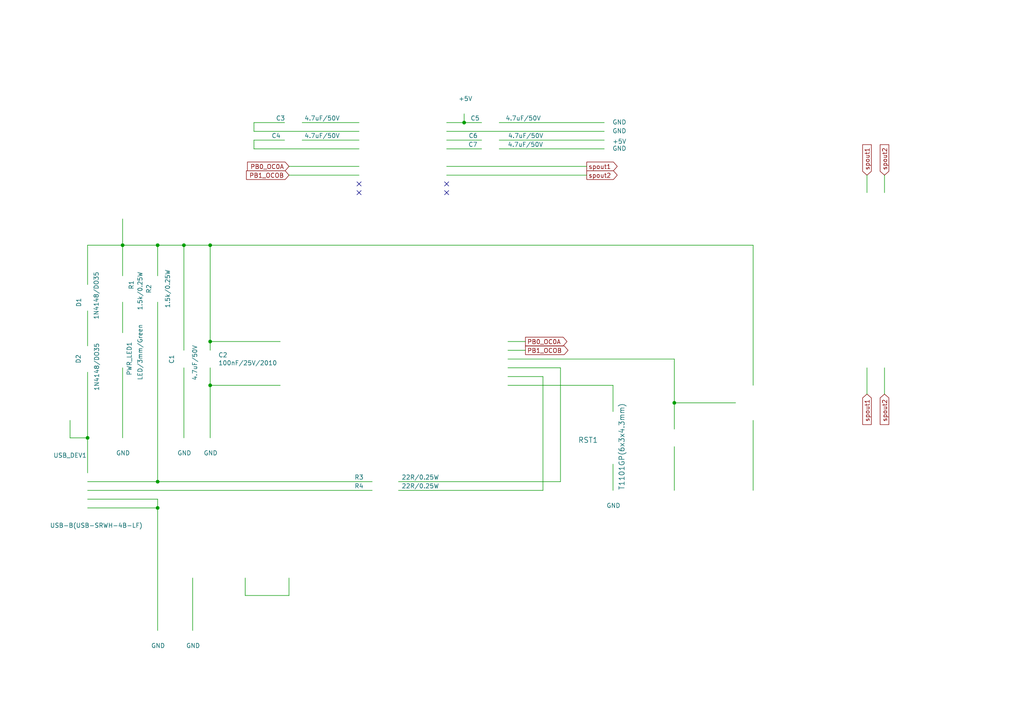
<source format=kicad_sch>
(kicad_sch (version 20230121) (generator eeschema)
  (paper "A4")
  (title_block (title "Ultra Sound Levitation") (company "OLIMEX LTD, Bulgaria") (comment 1 "(C) 2022"))
  (lib_symbols)
  (junction (at 134.62 35.56))
  (junction (at 45.72 71.12))
  (junction (at 45.72 147.32))
  (junction (at 60.96 99.06))
  (junction (at 195.58 116.84))
  (junction (at 60.96 111.76))
  (junction (at 60.96 71.12))
  (junction (at 35.56 71.12))
  (junction (at 53.34 71.12))
  (junction (at 25.4 127))
  (junction (at 45.72 139.7))
  (no_connect (at 104.14 53.34))
  (no_connect (at 129.54 53.34))
  (no_connect (at 104.14 55.88))
  (no_connect (at 129.54 55.88))
  (wire (pts (xy 45.72 71.12) (xy 35.56 71.12)))
  (wire (pts (xy 134.62 35.56) (xy 139.7 35.56)))
  (wire (pts (xy 144.78 40.64) (xy 175.26 40.64)))
  (wire (pts (xy 53.34 71.12) (xy 53.34 101.6)))
  (wire (pts (xy 218.44 121.92) (xy 218.44 142.24)))
  (wire (pts (xy 129.54 40.64) (xy 139.7 40.64)))
  (wire (pts (xy 25.4 71.12) (xy 35.56 71.12)))
  (wire (pts (xy 55.88 167.64) (xy 55.88 182.88)))
  (wire (pts (xy 134.62 35.56) (xy 134.62 33.02)))
  (wire (pts (xy 177.8 134.62) (xy 177.8 142.24)))
  (wire (pts (xy 162.56 106.68) (xy 147.32 106.68)))
  (wire (pts (xy 170.18 50.8) (xy 129.54 50.8)))
  (wire (pts (xy 60.96 111.76) (xy 81.28 111.76)))
  (wire (pts (xy 25.4 137.16) (xy 25.4 127)))
  (wire (pts (xy 25.4 127) (xy 25.4 107.95)))
  (wire (pts (xy 45.72 87.63) (xy 45.72 139.7)))
  (wire (pts (xy 144.78 35.56) (xy 175.26 35.56)))
  (wire (pts (xy 53.34 71.12) (xy 45.72 71.12)))
  (wire (pts (xy 129.54 48.26) (xy 170.18 48.26)))
  (wire (pts (xy 25.4 142.24) (xy 107.95 142.24)))
  (wire (pts (xy 25.4 147.32) (xy 45.72 147.32)))
  (wire (pts (xy 104.14 38.1) (xy 73.66 38.1)))
  (wire (pts (xy 25.4 144.78) (xy 45.72 144.78)))
  (wire (pts (xy 87.63 35.56) (xy 104.14 35.56)))
  (wire (pts (xy 144.78 43.18) (xy 175.26 43.18)))
  (wire (pts (xy 45.72 139.7) (xy 107.95 139.7)))
  (wire (pts (xy 25.4 82.55) (xy 25.4 71.12)))
  (wire (pts (xy 35.56 87.63) (xy 35.56 96.52)))
  (wire (pts (xy 25.4 100.33) (xy 25.4 90.17)))
  (wire (pts (xy 71.12 172.72) (xy 83.82 172.72)))
  (wire (pts (xy 129.54 35.56) (xy 134.62 35.56)))
  (wire (pts (xy 218.44 71.12) (xy 218.44 111.76)))
  (wire (pts (xy 147.32 99.06) (xy 152.4 99.06)))
  (wire (pts (xy 147.32 101.6) (xy 152.4 101.6)))
  (wire (pts (xy 162.56 106.68) (xy 162.56 139.7)))
  (wire (pts (xy 256.54 114.3) (xy 256.54 106.68)))
  (wire (pts (xy 60.96 106.68) (xy 60.96 111.76)))
  (wire (pts (xy 256.54 50.8) (xy 256.54 55.88)))
  (wire (pts (xy 129.54 43.18) (xy 139.7 43.18)))
  (wire (pts (xy 53.34 106.68) (xy 53.34 127)))
  (wire (pts (xy 60.96 99.06) (xy 60.96 101.6)))
  (wire (pts (xy 251.46 50.8) (xy 251.46 55.88)))
  (wire (pts (xy 60.96 111.76) (xy 60.96 127)))
  (wire (pts (xy 83.82 172.72) (xy 83.82 167.64)))
  (wire (pts (xy 195.58 116.84) (xy 213.36 116.84)))
  (wire (pts (xy 73.66 40.64) (xy 82.55 40.64)))
  (wire (pts (xy 60.96 71.12) (xy 60.96 99.06)))
  (wire (pts (xy 157.48 109.22) (xy 157.48 142.24)))
  (wire (pts (xy 129.54 38.1) (xy 175.26 38.1)))
  (wire (pts (xy 147.32 104.14) (xy 195.58 104.14)))
  (wire (pts (xy 177.8 111.76) (xy 177.8 119.38)))
  (wire (pts (xy 35.56 71.12) (xy 35.56 63.5)))
  (wire (pts (xy 115.57 139.7) (xy 162.56 139.7)))
  (wire (pts (xy 104.14 50.8) (xy 83.82 50.8)))
  (wire (pts (xy 45.72 147.32) (xy 45.72 182.88)))
  (wire (pts (xy 147.32 111.76) (xy 177.8 111.76)))
  (wire (pts (xy 35.56 106.68) (xy 35.56 127)))
  (wire (pts (xy 60.96 99.06) (xy 81.28 99.06)))
  (wire (pts (xy 218.44 71.12) (xy 60.96 71.12)))
  (wire (pts (xy 157.48 109.22) (xy 147.32 109.22)))
  (wire (pts (xy 45.72 71.12) (xy 45.72 80.01)))
  (wire (pts (xy 35.56 71.12) (xy 35.56 80.01)))
  (wire (pts (xy 45.72 144.78) (xy 45.72 147.32)))
  (wire (pts (xy 25.4 127) (xy 20.32 127)))
  (wire (pts (xy 87.63 40.64) (xy 104.14 40.64)))
  (wire (pts (xy 73.66 43.18) (xy 73.66 40.64)))
  (wire (pts (xy 73.66 38.1) (xy 73.66 35.56)))
  (wire (pts (xy 115.57 142.24) (xy 157.48 142.24)))
  (wire (pts (xy 104.14 43.18) (xy 73.66 43.18)))
  (wire (pts (xy 104.14 48.26) (xy 83.82 48.26)))
  (wire (pts (xy 195.58 129.54) (xy 195.58 142.24)))
  (wire (pts (xy 25.4 139.7) (xy 45.72 139.7)))
  (wire (pts (xy 53.34 71.12) (xy 60.96 71.12)))
  (wire (pts (xy 20.32 127) (xy 20.32 121.92)))
  (wire (pts (xy 251.46 114.3) (xy 251.46 106.68)))
  (wire (pts (xy 73.66 35.56) (xy 82.55 35.56)))
  (wire (pts (xy 195.58 104.14) (xy 195.58 116.84)))
  (wire (pts (xy 71.12 172.72) (xy 71.12 167.64)))
  (wire (pts (xy 195.58 116.84) (xy 195.58 124.46)))
  (global_label "spout2" (shape input) (at 256.54 114.3 270) (property "Intersheetrefs" "${INTERSHEET_REFS}" (effects hide)))
  (global_label "spout2" (shape input) (at 256.54 50.8 90) (property "Intersheetrefs" "${INTERSHEET_REFS}" (effects hide)))
  (global_label "PB0_OC0A" (shape input) (at 83.82 48.26 180) (property "Intersheetrefs" "${INTERSHEET_REFS}" (effects hide)))
  (global_label "spout1" (shape input) (at 251.46 50.8 90) (property "Intersheetrefs" "${INTERSHEET_REFS}" (effects hide)))
  (global_label "PB0_OC0A" (shape output) (at 152.4 99.06 0) (property "Intersheetrefs" "${INTERSHEET_REFS}" (effects hide)))
  (global_label "spout1" (shape input) (at 251.46 114.3 270) (property "Intersheetrefs" "${INTERSHEET_REFS}" (effects hide)))
  (global_label "spout1" (shape output) (at 170.18 48.26 0) (property "Intersheetrefs" "${INTERSHEET_REFS}" (effects hide)))
  (global_label "PB1_OCOB" (shape input) (at 83.82 50.8 180) (property "Intersheetrefs" "${INTERSHEET_REFS}" (effects hide)))
  (global_label "spout2" (shape output) (at 170.18 50.8 0) (property "Intersheetrefs" "${INTERSHEET_REFS}" (effects hide)))
  (global_label "PB1_OCOB" (shape output) (at 152.4 101.6 0) (property "Intersheetrefs" "${INTERSHEET_REFS}" (effects hide)))
  (symbol (lib_id "Ultra_Sound_Levitation_Rev_B:R") (at 35.56 83.82 270) (unit 1)
    (property "Reference" "R1" (at 38.1 81.28 0) (effects (justify left)))
    (property "Value" "1.5k/0.25W" (at 40.64 78.74 0) (effects (justify left)))
    (property "Footprint" "OLIMEX_RLC-FP:R_0.25W_PTH" (effects hide))
  )
  (symbol (lib_id "Ultra_Sound_Levitation_Rev_B:LED") (at 35.56 101.6 90) (unit 1)
    (property "Reference" "PWR_LED1" (at 37.5158 99.0854 0) (effects (justify right)))
    (property "Value" "LED/3mm/Green" (at 40.64 93.98 0) (effects (justify right)))
    (property "Footprint" "OLIMEX_LEDs-FP:LED-3mm-PTH-KA" (effects hide))
  )
  (symbol (lib_id "Ultra_Sound_Levitation_Rev_B:GND") (at 35.56 127 0) (unit 1)
    (property "Reference" "#PWR02" (effects hide))
    (property "Value" "GND" (at 35.687 131.3942 0))
  )
  (symbol (lib_id "Ultra_Sound_Levitation_Rev_B:R") (at 111.76 142.24 0) (unit 1)
    (property "Reference" "R4" (at 104.14 140.97 0))
    (property "Value" "22R/0.25W" (at 121.92 140.97 0))
    (property "Footprint" "OLIMEX_RLC-FP:R_0.25W_PTH" (effects hide))
  )
  (symbol (lib_id "Ultra_Sound_Levitation_Rev_B:R") (at 111.76 139.7 0) (unit 1)
    (property "Reference" "R3" (at 104.14 138.43 0))
    (property "Value" "22R/0.25W" (at 121.92 138.43 0))
    (property "Footprint" "OLIMEX_RLC-FP:R_0.25W_PTH" (effects hide))
  )
  (symbol (lib_id "Ultra_Sound_Levitation_Rev_B:D") (at 25.4 104.14 270) (unit 1)
    (property "Reference" "D2" (at 22.733 102.743 0) (effects (justify left)))
    (property "Value" "1N4148/DO35" (at 28.067 99.441 0) (effects (justify left)))
    (property "Footprint" "OLIMEX_Diodes-FP:DO35_1K_2A" (effects hide))
  )
  (symbol (lib_id "Ultra_Sound_Levitation_Rev_B:D") (at 25.4 86.36 270) (unit 1)
    (property "Reference" "D1" (at 22.86 86.36 0) (effects (justify left)))
    (property "Value" "1N4148/DO35" (at 27.94 78.74 0) (effects (justify left)))
    (property "Footprint" "OLIMEX_Diodes-FP:DO35_1K_2A" (effects hide))
  )
  (symbol (lib_id "Ultra_Sound_Levitation_Rev_B:R") (at 45.72 83.82 270) (unit 1)
    (property "Reference" "R2" (at 43.18 82.423 0) (effects (justify left)))
    (property "Value" "1.5k/0.25W" (at 48.641 78.105 0) (effects (justify left)))
    (property "Footprint" "OLIMEX_RLC-FP:R_0.25W_PTH" (effects hide))
  )
  (symbol (lib_id "Ultra_Sound_Levitation_Rev_B:T1107A(6x3,8x2,5MM)") (at 177.8 127 90) (unit 1)
    (property "Reference" "RST1" (at 167.64 127.635 90) (effects (font (size 1.524 1.524)) (justify right)))
    (property "Value" "T1101GP(6x3x4.3mm)" (at 180.34 116.84 0) (effects (font (size 1.524 1.524)) (justify right)))
    (property "Footprint" "OLIMEX_Buttons-FP:T1101_GP-6x3x4.3" (effects hide))
  )
  (symbol (lib_id "Ultra_Sound_Levitation_Rev_B:GND") (at 177.8 142.24 0) (unit 1)
    (property "Reference" "#PWR013" (effects hide))
    (property "Value" "GND" (at 177.927 146.6342 0))
  )
  (symbol (lib_id "Ultra_Sound_Levitation_Rev_B:GND") (at 53.34 127 0) (unit 1)
    (property "Reference" "#PWR04" (effects hide))
    (property "Value" "GND" (at 53.467 131.3942 0))
  )
  (symbol (lib_id "Ultra_Sound_Levitation_Rev_B:CP") (at 53.34 104.14 0) (unit 1)
    (property "Reference" "C1" (at 49.784 105.537 90) (effects (justify left)))
    (property "Value" "4.7uF/50V" (at 56.515 110.363 90) (effects (justify left)))
    (property "Footprint" "OLIMEX_RLC-FP:CPOL-RM2mm_5x11mm_PTH" (effects hide))
  )
  (symbol (lib_id "Ultra_Sound_Levitation_Rev_B:GND") (at 60.96 127 0) (unit 1)
    (property "Reference" "#PWR06" (effects hide))
    (property "Value" "GND" (at 61.087 131.3942 0))
  )
  (symbol (lib_id "Ultra_Sound_Levitation_Rev_B:C") (at 60.96 104.14 0) (unit 1)
    (property "Reference" "C2" (at 63.2968 102.9716 0) (effects (justify left)))
    (property "Value" "100nF/25V/2010" (at 63.2968 105.283 0) (effects (justify left)))
    (property "Footprint" "OLIMEX_RLC-FP:C2010" (effects hide))
  )
  (symbol (lib_id "Ultra_Sound_Levitation_Rev_B:Potentiometer") (at 218.44 116.84 0) (unit 1)
    (property "Reference" "TR1" (at 222.25 118.745 90) (effects (font (size 1.524 1.524)) (justify left)))
    (property "Value" "TRIM PIHER PT10LV 10K+KNOB" (at 225.425 132.08 90) (effects (font (size 1.524 1.524)) (justify left)))
    (property "Footprint" "OLIMEX_Devices-FP:TRIM_PIHER_PT10LV" (effects hide))
  )
  (symbol (lib_id "Ultra_Sound_Levitation_Rev_B:Buzzer_2015") (at 254 63.5 0) (mirror x) (unit 1)
    (property "Reference" "SPK1" (at 251.46 76.2 0) (effects (justify left)))
    (property "Value" "BUZZER - TCT40-16T" (at 264.16 58.42 90) (effects (justify left)))
    (property "Footprint" "OLIMEX_Devices-FP:SPEAKER_ULTRASONIC" (effects hide))
  )
  (symbol (lib_id "Ultra_Sound_Levitation_Rev_B:Buzzer_2015") (at 254 99.06 0) (unit 1)
    (property "Reference" "SPK2" (at 251.46 86.36 0) (effects (justify left)))
    (property "Value" "BUZZER - TCT40-16T" (at 264.16 106.68 90) (effects (justify left)))
    (property "Footprint" "OLIMEX_Devices-FP:SPEAKER_ULTRASONIC" (effects hide))
  )
  (symbol (lib_id "Ultra_Sound_Levitation_Rev_B:GND") (at 175.26 43.18 90) (unit 1)
    (property "Reference" "#PWR012" (effects hide))
    (property "Value" "GND" (at 179.6542 43.053 90))
  )
  (symbol (lib_id "Ultra_Sound_Levitation_Rev_B:USB_A_VERTICAL") (at 20.32 142.24 0) (mirror y) (unit 1)
    (property "Reference" "USB_DEV1" (at 20.32 132.08 0))
    (property "Value" "USB-B(USB-SRWH-4B-LF)" (at 27.94 152.4 0))
    (property "Footprint" "OLIMEX_Connectors-FP:USB-B(USB-SRWH-4B-LF)" (effects hide))
  )
  (symbol (lib_id "Ultra_Sound_Levitation_Rev_B:GND") (at 218.44 142.24 0) (unit 1)
    (property "Reference" "#PWR015" (effects hide))
    (property "Value" "GND" (at 218.567 146.6342 0))
  )
  (symbol (lib_id "Ultra_Sound_Levitation_Rev_B:ST3232B(C)DR(SO-16)") (at 116.84 45.72 0) (unit 1)
    (property "Reference" "U2" (at 116.84 31.115 0))
    (property "Value" "MAX232EN+(DIL-16)" (at 116.84 60.96 0))
    (property "Footprint" "OLIMEX_IC-FP:PDIP-16" (effects hide))
  )
  (symbol (lib_id "Ultra_Sound_Levitation_Rev_B:ATTINY85-20PU") (at 114.3 104.14 0) (unit 1)
    (property "Reference" "U1" (at 114.3 93.345 0))
    (property "Value" "ATtiny85-20PU+(DIL-8)" (at 114.935 116.205 0))
    (property "Footprint" "OLIMEX_IC-FP:PDIP-8" (effects hide))
  )
  (symbol (lib_id "Ultra_Sound_Levitation_Rev_B:+5V") (at 134.62 33.02 0) (unit 1)
    (property "Reference" "#PWR08" (effects hide))
    (property "Value" "+5V" (at 135.001 28.6258 0))
  )
  (symbol (lib_id "Ultra_Sound_Levitation_Rev_B:+5V") (at 20.32 121.92 0) (unit 1)
    (property "Reference" "#PWR01" (effects hide))
    (property "Value" "+5V" (at 20.701 117.5258 0))
  )
  (symbol (lib_id "Ultra_Sound_Levitation_Rev_B:GND") (at 175.26 38.1 90) (unit 1)
    (property "Reference" "#PWR010" (effects hide))
    (property "Value" "GND" (at 179.6542 37.973 90))
  )
  (symbol (lib_id "Ultra_Sound_Levitation_Rev_B:CP") (at 85.09 35.56 270) (unit 1)
    (property "Reference" "C3" (at 80.01 34.29 90) (effects (justify left)))
    (property "Value" "4.7uF/50V" (at 88.265 34.29 90) (effects (justify left)))
    (property "Footprint" "OLIMEX_RLC-FP:CPOL-RM2mm_5x11mm_PTH" (effects hide))
  )
  (symbol (lib_id "Ultra_Sound_Levitation_Rev_B:CP") (at 85.09 40.64 270) (unit 1)
    (property "Reference" "C4" (at 78.74 39.37 90) (effects (justify left)))
    (property "Value" "4.7uF/50V" (at 88.265 39.37 90) (effects (justify left)))
    (property "Footprint" "OLIMEX_RLC-FP:CPOL-RM2mm_5x11mm_PTH" (effects hide))
  )
  (symbol (lib_id "Ultra_Sound_Levitation_Rev_B:GND") (at 45.72 182.88 0) (unit 1)
    (property "Reference" "#PWR03" (effects hide))
    (property "Value" "GND" (at 45.847 187.2742 0))
  )
  (symbol (lib_id "Ultra_Sound_Levitation_Rev_B:CP") (at 142.24 40.64 90) (mirror x) (unit 1)
    (property "Reference" "C6" (at 135.89 39.37 90) (effects (justify right)))
    (property "Value" "4.7uF/50V" (at 147.32 39.37 90) (effects (justify right)))
    (property "Footprint" "OLIMEX_RLC-FP:CPOL-RM2mm_5x11mm_PTH" (effects hide))
  )
  (symbol (lib_id "Ultra_Sound_Levitation_Rev_B:+5V") (at 175.26 40.64 270) (unit 1)
    (property "Reference" "#PWR011" (effects hide))
    (property "Value" "+5V" (at 179.6542 41.021 90))
  )
  (symbol (lib_id "Ultra_Sound_Levitation_Rev_B:CP") (at 142.24 43.18 270) (unit 1)
    (property "Reference" "C7" (at 137.16 41.91 90))
    (property "Value" "4.7uF/50V" (at 152.4 41.91 90))
    (property "Footprint" "OLIMEX_RLC-FP:CPOL-RM2mm_5x11mm_PTH" (effects hide))
  )
  (symbol (lib_id "Ultra_Sound_Levitation_Rev_B:CP") (at 142.24 35.56 90) (mirror x) (unit 1)
    (property "Reference" "C5" (at 137.795 34.29 90))
    (property "Value" "4.7uF/50V" (at 151.765 34.29 90))
    (property "Footprint" "OLIMEX_RLC-FP:CPOL-RM2mm_5x11mm_PTH" (effects hide))
  )
  (symbol (lib_id "Ultra_Sound_Levitation_Rev_B:PWR_FLAG") (at 35.56 63.5 0) (unit 1)
    (property "Reference" "#FLG01" (effects hide))
    (property "Value" "PWR_FLAG" (at 35.56 57.8358 0))
  )
  (symbol (lib_id "Ultra_Sound_Levitation_Rev_B:PWR_FLAG") (at 55.88 167.64 0) (unit 1)
    (property "Reference" "#FLG02" (effects hide))
    (property "Value" "PWR_FLAG" (at 55.88 161.9758 0))
  )
  (symbol (lib_id "Ultra_Sound_Levitation_Rev_B:GND") (at 55.88 182.88 0) (unit 1)
    (property "Reference" "#PWR05" (effects hide))
    (property "Value" "GND" (at 56.007 187.2742 0))
  )
  (symbol (lib_id "Ultra_Sound_Levitation_Rev_B:+5V") (at 71.12 167.64 0) (unit 1)
    (property "Reference" "#PWR07" (effects hide))
    (property "Value" "+5V" (at 71.501 163.2458 0))
  )
  (symbol (lib_id "Ultra_Sound_Levitation_Rev_B:PWR_FLAG") (at 83.82 167.64 0) (unit 1)
    (property "Reference" "#FLG03" (effects hide))
    (property "Value" "PWR_FLAG" (at 83.82 161.9758 0))
  )
  (symbol (lib_id "Ultra_Sound_Levitation_Rev_B:GND") (at 175.26 35.56 90) (unit 1)
    (property "Reference" "#PWR09" (effects hide))
    (property "Value" "GND" (at 179.6542 35.433 90))
  )
  (symbol (lib_id "Ultra_Sound_Levitation_Rev_B:C") (at 195.58 127 0) (unit 1)
    (property "Reference" "C8" (at 196.215 124.46 0) (effects (justify left)))
    (property "Value" "100nF/25V/2010" (at 196.215 129.54 0) (effects (justify left)))
    (property "Footprint" "OLIMEX_RLC-FP:C2010" (effects hide))
  )
  (symbol (lib_id "Ultra_Sound_Levitation_Rev_B:GND") (at 195.58 142.24 0) (unit 1)
    (property "Reference" "#PWR014" (effects hide))
    (property "Value" "GND" (at 195.707 146.6342 0))
  )
)
</source>
